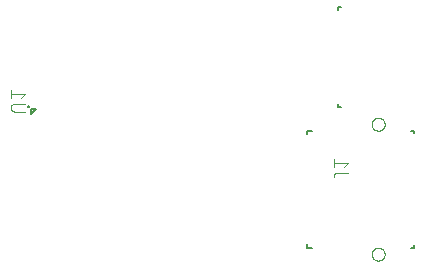
<source format=gbr>
G04 EAGLE Gerber RS-274X export*
G75*
%MOMM*%
%FSLAX34Y34*%
%LPD*%
%INSilkscreen Bottom*%
%IPPOS*%
%AMOC8*
5,1,8,0,0,1.08239X$1,22.5*%
G01*
%ADD10C,0.150000*%
%ADD11C,0.127000*%
%ADD12C,0.101600*%
%ADD13C,0.001000*%


D10*
X185000Y215000D02*
X185000Y211000D01*
X185000Y215000D02*
X189000Y215000D01*
X185000Y211000D01*
D11*
X182293Y217000D02*
X182295Y217053D01*
X182301Y217105D01*
X182311Y217157D01*
X182324Y217208D01*
X182342Y217258D01*
X182363Y217307D01*
X182388Y217354D01*
X182416Y217398D01*
X182447Y217441D01*
X182482Y217481D01*
X182519Y217518D01*
X182559Y217553D01*
X182602Y217584D01*
X182647Y217612D01*
X182693Y217637D01*
X182742Y217658D01*
X182792Y217676D01*
X182843Y217689D01*
X182895Y217699D01*
X182947Y217705D01*
X183000Y217707D01*
X183053Y217705D01*
X183105Y217699D01*
X183157Y217689D01*
X183208Y217676D01*
X183258Y217658D01*
X183307Y217637D01*
X183354Y217612D01*
X183398Y217584D01*
X183441Y217553D01*
X183481Y217518D01*
X183518Y217481D01*
X183553Y217441D01*
X183584Y217398D01*
X183612Y217353D01*
X183637Y217307D01*
X183658Y217258D01*
X183676Y217208D01*
X183689Y217157D01*
X183699Y217105D01*
X183705Y217053D01*
X183707Y217000D01*
X183705Y216947D01*
X183699Y216895D01*
X183689Y216843D01*
X183676Y216792D01*
X183658Y216742D01*
X183637Y216693D01*
X183612Y216646D01*
X183584Y216602D01*
X183553Y216559D01*
X183518Y216519D01*
X183481Y216482D01*
X183441Y216447D01*
X183398Y216416D01*
X183353Y216388D01*
X183307Y216363D01*
X183258Y216342D01*
X183208Y216324D01*
X183157Y216311D01*
X183105Y216301D01*
X183053Y216295D01*
X183000Y216293D01*
X182947Y216295D01*
X182895Y216301D01*
X182843Y216311D01*
X182792Y216324D01*
X182742Y216342D01*
X182693Y216363D01*
X182646Y216388D01*
X182602Y216416D01*
X182559Y216447D01*
X182519Y216482D01*
X182482Y216519D01*
X182447Y216559D01*
X182416Y216602D01*
X182388Y216647D01*
X182363Y216693D01*
X182342Y216742D01*
X182324Y216792D01*
X182311Y216843D01*
X182301Y216895D01*
X182295Y216947D01*
X182293Y217000D01*
D12*
X179592Y212690D02*
X171154Y212690D01*
X171154Y212689D02*
X171041Y212691D01*
X170928Y212697D01*
X170815Y212707D01*
X170702Y212721D01*
X170590Y212738D01*
X170479Y212760D01*
X170369Y212785D01*
X170259Y212815D01*
X170151Y212848D01*
X170044Y212885D01*
X169938Y212925D01*
X169834Y212970D01*
X169731Y213018D01*
X169630Y213069D01*
X169531Y213124D01*
X169434Y213182D01*
X169339Y213244D01*
X169246Y213309D01*
X169156Y213377D01*
X169068Y213448D01*
X168982Y213523D01*
X168899Y213600D01*
X168819Y213680D01*
X168742Y213763D01*
X168667Y213849D01*
X168596Y213937D01*
X168528Y214027D01*
X168463Y214120D01*
X168401Y214215D01*
X168343Y214312D01*
X168288Y214411D01*
X168237Y214512D01*
X168189Y214615D01*
X168144Y214719D01*
X168104Y214825D01*
X168067Y214932D01*
X168034Y215040D01*
X168004Y215150D01*
X167979Y215260D01*
X167957Y215371D01*
X167940Y215483D01*
X167926Y215596D01*
X167916Y215709D01*
X167910Y215822D01*
X167908Y215935D01*
X167910Y216048D01*
X167916Y216161D01*
X167926Y216274D01*
X167940Y216387D01*
X167957Y216499D01*
X167979Y216610D01*
X168004Y216720D01*
X168034Y216830D01*
X168067Y216938D01*
X168104Y217045D01*
X168144Y217151D01*
X168189Y217255D01*
X168237Y217358D01*
X168288Y217459D01*
X168343Y217558D01*
X168401Y217655D01*
X168463Y217750D01*
X168528Y217843D01*
X168596Y217933D01*
X168667Y218021D01*
X168742Y218107D01*
X168819Y218190D01*
X168899Y218270D01*
X168982Y218347D01*
X169068Y218422D01*
X169156Y218493D01*
X169246Y218561D01*
X169339Y218626D01*
X169434Y218688D01*
X169531Y218746D01*
X169630Y218801D01*
X169731Y218852D01*
X169834Y218900D01*
X169938Y218945D01*
X170044Y218985D01*
X170151Y219022D01*
X170259Y219055D01*
X170369Y219085D01*
X170479Y219110D01*
X170590Y219132D01*
X170702Y219149D01*
X170815Y219163D01*
X170928Y219173D01*
X171041Y219179D01*
X171154Y219181D01*
X179592Y219181D01*
X176996Y224501D02*
X179592Y227746D01*
X167908Y227746D01*
X167908Y224501D02*
X167908Y230992D01*
D11*
X419000Y196500D02*
X419000Y193500D01*
X419000Y196500D02*
X423000Y196500D01*
X419000Y100500D02*
X419000Y97500D01*
X423000Y97500D01*
X506500Y196500D02*
X509000Y196500D01*
X509000Y194500D01*
X509000Y97500D02*
X506500Y97500D01*
X509000Y97500D02*
X509000Y100000D01*
D13*
X473500Y202000D02*
X473502Y202148D01*
X473508Y202296D01*
X473518Y202444D01*
X473532Y202592D01*
X473550Y202739D01*
X473572Y202886D01*
X473598Y203032D01*
X473627Y203177D01*
X473661Y203322D01*
X473699Y203465D01*
X473740Y203608D01*
X473785Y203749D01*
X473835Y203889D01*
X473887Y204027D01*
X473944Y204165D01*
X474004Y204300D01*
X474068Y204434D01*
X474135Y204566D01*
X474206Y204696D01*
X474281Y204825D01*
X474359Y204951D01*
X474440Y205075D01*
X474524Y205197D01*
X474612Y205316D01*
X474703Y205433D01*
X474797Y205548D01*
X474895Y205660D01*
X474995Y205769D01*
X475098Y205876D01*
X475204Y205980D01*
X475312Y206081D01*
X475424Y206179D01*
X475538Y206274D01*
X475654Y206365D01*
X475773Y206454D01*
X475894Y206539D01*
X476018Y206621D01*
X476144Y206700D01*
X476271Y206775D01*
X476401Y206847D01*
X476533Y206916D01*
X476666Y206980D01*
X476801Y207041D01*
X476938Y207099D01*
X477076Y207153D01*
X477216Y207203D01*
X477357Y207249D01*
X477499Y207291D01*
X477642Y207330D01*
X477786Y207364D01*
X477932Y207395D01*
X478077Y207422D01*
X478224Y207445D01*
X478371Y207464D01*
X478519Y207479D01*
X478666Y207490D01*
X478815Y207497D01*
X478963Y207500D01*
X479111Y207499D01*
X479259Y207494D01*
X479407Y207485D01*
X479555Y207472D01*
X479703Y207455D01*
X479849Y207434D01*
X479996Y207409D01*
X480141Y207380D01*
X480286Y207348D01*
X480429Y207311D01*
X480572Y207271D01*
X480714Y207226D01*
X480854Y207178D01*
X480993Y207126D01*
X481130Y207071D01*
X481266Y207011D01*
X481401Y206948D01*
X481533Y206882D01*
X481664Y206812D01*
X481793Y206738D01*
X481919Y206661D01*
X482044Y206581D01*
X482166Y206497D01*
X482287Y206410D01*
X482404Y206320D01*
X482520Y206226D01*
X482632Y206130D01*
X482742Y206031D01*
X482850Y205928D01*
X482954Y205823D01*
X483056Y205715D01*
X483154Y205604D01*
X483250Y205491D01*
X483343Y205375D01*
X483432Y205257D01*
X483518Y205136D01*
X483601Y205013D01*
X483681Y204888D01*
X483757Y204761D01*
X483830Y204631D01*
X483899Y204500D01*
X483964Y204367D01*
X484027Y204233D01*
X484085Y204096D01*
X484140Y203958D01*
X484190Y203819D01*
X484238Y203678D01*
X484281Y203537D01*
X484321Y203394D01*
X484356Y203250D01*
X484388Y203105D01*
X484416Y202959D01*
X484440Y202813D01*
X484460Y202666D01*
X484476Y202518D01*
X484488Y202371D01*
X484496Y202222D01*
X484500Y202074D01*
X484500Y201926D01*
X484496Y201778D01*
X484488Y201629D01*
X484476Y201482D01*
X484460Y201334D01*
X484440Y201187D01*
X484416Y201041D01*
X484388Y200895D01*
X484356Y200750D01*
X484321Y200606D01*
X484281Y200463D01*
X484238Y200322D01*
X484190Y200181D01*
X484140Y200042D01*
X484085Y199904D01*
X484027Y199767D01*
X483964Y199633D01*
X483899Y199500D01*
X483830Y199369D01*
X483757Y199239D01*
X483681Y199112D01*
X483601Y198987D01*
X483518Y198864D01*
X483432Y198743D01*
X483343Y198625D01*
X483250Y198509D01*
X483154Y198396D01*
X483056Y198285D01*
X482954Y198177D01*
X482850Y198072D01*
X482742Y197969D01*
X482632Y197870D01*
X482520Y197774D01*
X482404Y197680D01*
X482287Y197590D01*
X482166Y197503D01*
X482044Y197419D01*
X481919Y197339D01*
X481793Y197262D01*
X481664Y197188D01*
X481533Y197118D01*
X481401Y197052D01*
X481266Y196989D01*
X481130Y196929D01*
X480993Y196874D01*
X480854Y196822D01*
X480714Y196774D01*
X480572Y196729D01*
X480429Y196689D01*
X480286Y196652D01*
X480141Y196620D01*
X479996Y196591D01*
X479849Y196566D01*
X479703Y196545D01*
X479555Y196528D01*
X479407Y196515D01*
X479259Y196506D01*
X479111Y196501D01*
X478963Y196500D01*
X478815Y196503D01*
X478666Y196510D01*
X478519Y196521D01*
X478371Y196536D01*
X478224Y196555D01*
X478077Y196578D01*
X477932Y196605D01*
X477786Y196636D01*
X477642Y196670D01*
X477499Y196709D01*
X477357Y196751D01*
X477216Y196797D01*
X477076Y196847D01*
X476938Y196901D01*
X476801Y196959D01*
X476666Y197020D01*
X476533Y197084D01*
X476401Y197153D01*
X476271Y197225D01*
X476144Y197300D01*
X476018Y197379D01*
X475894Y197461D01*
X475773Y197546D01*
X475654Y197635D01*
X475538Y197726D01*
X475424Y197821D01*
X475312Y197919D01*
X475204Y198020D01*
X475098Y198124D01*
X474995Y198231D01*
X474895Y198340D01*
X474797Y198452D01*
X474703Y198567D01*
X474612Y198684D01*
X474524Y198803D01*
X474440Y198925D01*
X474359Y199049D01*
X474281Y199175D01*
X474206Y199304D01*
X474135Y199434D01*
X474068Y199566D01*
X474004Y199700D01*
X473944Y199835D01*
X473887Y199973D01*
X473835Y200111D01*
X473785Y200251D01*
X473740Y200392D01*
X473699Y200535D01*
X473661Y200678D01*
X473627Y200823D01*
X473598Y200968D01*
X473572Y201114D01*
X473550Y201261D01*
X473532Y201408D01*
X473518Y201556D01*
X473508Y201704D01*
X473502Y201852D01*
X473500Y202000D01*
X473500Y92000D02*
X473502Y92148D01*
X473508Y92296D01*
X473518Y92444D01*
X473532Y92592D01*
X473550Y92739D01*
X473572Y92886D01*
X473598Y93032D01*
X473627Y93177D01*
X473661Y93322D01*
X473699Y93465D01*
X473740Y93608D01*
X473785Y93749D01*
X473835Y93889D01*
X473887Y94027D01*
X473944Y94165D01*
X474004Y94300D01*
X474068Y94434D01*
X474135Y94566D01*
X474206Y94696D01*
X474281Y94825D01*
X474359Y94951D01*
X474440Y95075D01*
X474524Y95197D01*
X474612Y95316D01*
X474703Y95433D01*
X474797Y95548D01*
X474895Y95660D01*
X474995Y95769D01*
X475098Y95876D01*
X475204Y95980D01*
X475312Y96081D01*
X475424Y96179D01*
X475538Y96274D01*
X475654Y96365D01*
X475773Y96454D01*
X475894Y96539D01*
X476018Y96621D01*
X476144Y96700D01*
X476271Y96775D01*
X476401Y96847D01*
X476533Y96916D01*
X476666Y96980D01*
X476801Y97041D01*
X476938Y97099D01*
X477076Y97153D01*
X477216Y97203D01*
X477357Y97249D01*
X477499Y97291D01*
X477642Y97330D01*
X477786Y97364D01*
X477932Y97395D01*
X478077Y97422D01*
X478224Y97445D01*
X478371Y97464D01*
X478519Y97479D01*
X478666Y97490D01*
X478815Y97497D01*
X478963Y97500D01*
X479111Y97499D01*
X479259Y97494D01*
X479407Y97485D01*
X479555Y97472D01*
X479703Y97455D01*
X479849Y97434D01*
X479996Y97409D01*
X480141Y97380D01*
X480286Y97348D01*
X480429Y97311D01*
X480572Y97271D01*
X480714Y97226D01*
X480854Y97178D01*
X480993Y97126D01*
X481130Y97071D01*
X481266Y97011D01*
X481401Y96948D01*
X481533Y96882D01*
X481664Y96812D01*
X481793Y96738D01*
X481919Y96661D01*
X482044Y96581D01*
X482166Y96497D01*
X482287Y96410D01*
X482404Y96320D01*
X482520Y96226D01*
X482632Y96130D01*
X482742Y96031D01*
X482850Y95928D01*
X482954Y95823D01*
X483056Y95715D01*
X483154Y95604D01*
X483250Y95491D01*
X483343Y95375D01*
X483432Y95257D01*
X483518Y95136D01*
X483601Y95013D01*
X483681Y94888D01*
X483757Y94761D01*
X483830Y94631D01*
X483899Y94500D01*
X483964Y94367D01*
X484027Y94233D01*
X484085Y94096D01*
X484140Y93958D01*
X484190Y93819D01*
X484238Y93678D01*
X484281Y93537D01*
X484321Y93394D01*
X484356Y93250D01*
X484388Y93105D01*
X484416Y92959D01*
X484440Y92813D01*
X484460Y92666D01*
X484476Y92518D01*
X484488Y92371D01*
X484496Y92222D01*
X484500Y92074D01*
X484500Y91926D01*
X484496Y91778D01*
X484488Y91629D01*
X484476Y91482D01*
X484460Y91334D01*
X484440Y91187D01*
X484416Y91041D01*
X484388Y90895D01*
X484356Y90750D01*
X484321Y90606D01*
X484281Y90463D01*
X484238Y90322D01*
X484190Y90181D01*
X484140Y90042D01*
X484085Y89904D01*
X484027Y89767D01*
X483964Y89633D01*
X483899Y89500D01*
X483830Y89369D01*
X483757Y89239D01*
X483681Y89112D01*
X483601Y88987D01*
X483518Y88864D01*
X483432Y88743D01*
X483343Y88625D01*
X483250Y88509D01*
X483154Y88396D01*
X483056Y88285D01*
X482954Y88177D01*
X482850Y88072D01*
X482742Y87969D01*
X482632Y87870D01*
X482520Y87774D01*
X482404Y87680D01*
X482287Y87590D01*
X482166Y87503D01*
X482044Y87419D01*
X481919Y87339D01*
X481793Y87262D01*
X481664Y87188D01*
X481533Y87118D01*
X481401Y87052D01*
X481266Y86989D01*
X481130Y86929D01*
X480993Y86874D01*
X480854Y86822D01*
X480714Y86774D01*
X480572Y86729D01*
X480429Y86689D01*
X480286Y86652D01*
X480141Y86620D01*
X479996Y86591D01*
X479849Y86566D01*
X479703Y86545D01*
X479555Y86528D01*
X479407Y86515D01*
X479259Y86506D01*
X479111Y86501D01*
X478963Y86500D01*
X478815Y86503D01*
X478666Y86510D01*
X478519Y86521D01*
X478371Y86536D01*
X478224Y86555D01*
X478077Y86578D01*
X477932Y86605D01*
X477786Y86636D01*
X477642Y86670D01*
X477499Y86709D01*
X477357Y86751D01*
X477216Y86797D01*
X477076Y86847D01*
X476938Y86901D01*
X476801Y86959D01*
X476666Y87020D01*
X476533Y87084D01*
X476401Y87153D01*
X476271Y87225D01*
X476144Y87300D01*
X476018Y87379D01*
X475894Y87461D01*
X475773Y87546D01*
X475654Y87635D01*
X475538Y87726D01*
X475424Y87821D01*
X475312Y87919D01*
X475204Y88020D01*
X475098Y88124D01*
X474995Y88231D01*
X474895Y88340D01*
X474797Y88452D01*
X474703Y88567D01*
X474612Y88684D01*
X474524Y88803D01*
X474440Y88925D01*
X474359Y89049D01*
X474281Y89175D01*
X474206Y89304D01*
X474135Y89434D01*
X474068Y89566D01*
X474004Y89700D01*
X473944Y89835D01*
X473887Y89973D01*
X473835Y90111D01*
X473785Y90251D01*
X473740Y90392D01*
X473699Y90535D01*
X473661Y90678D01*
X473627Y90823D01*
X473598Y90968D01*
X473572Y91114D01*
X473550Y91261D01*
X473532Y91408D01*
X473518Y91556D01*
X473508Y91704D01*
X473502Y91852D01*
X473500Y92000D01*
D12*
X453092Y160828D02*
X444004Y160828D01*
X444004Y160827D02*
X443905Y160825D01*
X443805Y160819D01*
X443706Y160810D01*
X443608Y160797D01*
X443510Y160780D01*
X443412Y160759D01*
X443316Y160734D01*
X443221Y160706D01*
X443127Y160674D01*
X443034Y160639D01*
X442942Y160600D01*
X442852Y160557D01*
X442764Y160512D01*
X442677Y160462D01*
X442593Y160410D01*
X442510Y160354D01*
X442430Y160296D01*
X442352Y160234D01*
X442277Y160169D01*
X442204Y160101D01*
X442134Y160031D01*
X442066Y159958D01*
X442001Y159883D01*
X441939Y159805D01*
X441881Y159725D01*
X441825Y159642D01*
X441773Y159558D01*
X441723Y159471D01*
X441678Y159383D01*
X441635Y159293D01*
X441596Y159201D01*
X441561Y159108D01*
X441529Y159014D01*
X441501Y158919D01*
X441476Y158823D01*
X441455Y158725D01*
X441438Y158627D01*
X441425Y158529D01*
X441416Y158430D01*
X441410Y158330D01*
X441408Y158231D01*
X441408Y156933D01*
X450496Y166101D02*
X453092Y169346D01*
X441408Y169346D01*
X441408Y166101D02*
X441408Y172592D01*
D10*
X444800Y216500D02*
X447300Y216500D01*
X444800Y216500D02*
X444800Y219000D01*
X444800Y301500D02*
X447300Y301500D01*
X444800Y301500D02*
X444800Y299000D01*
M02*

</source>
